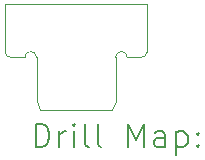
<source format=gbr>
%TF.GenerationSoftware,KiCad,Pcbnew,8.0.2*%
%TF.CreationDate,2024-05-28T21:34:03+01:00*%
%TF.ProjectId,RMC_USBCT,524d435f-5553-4424-9354-2e6b69636164,rev?*%
%TF.SameCoordinates,Original*%
%TF.FileFunction,Drillmap*%
%TF.FilePolarity,Positive*%
%FSLAX45Y45*%
G04 Gerber Fmt 4.5, Leading zero omitted, Abs format (unit mm)*
G04 Created by KiCad (PCBNEW 8.0.2) date 2024-05-28 21:34:03*
%MOMM*%
%LPD*%
G01*
G04 APERTURE LIST*
%ADD10C,0.050000*%
%ADD11C,0.200000*%
G04 APERTURE END LIST*
D10*
X11600000Y-7650000D02*
X11600000Y-8050000D01*
X12800000Y-7650000D02*
X11600000Y-7650000D01*
X12800000Y-8050000D02*
X12800000Y-7650000D01*
X11765500Y-8100000D02*
X11650000Y-8100000D01*
X11865500Y-8470000D02*
X11865500Y-8100000D01*
X11865500Y-8470000D02*
X11895500Y-8545000D01*
X12504500Y-8545000D02*
X11895500Y-8545000D01*
X12534500Y-8470000D02*
X12504500Y-8545000D01*
X12534500Y-8470000D02*
X12534500Y-8100000D01*
X12634500Y-8100000D02*
X12750000Y-8100000D01*
X11650000Y-8100000D02*
G75*
G02*
X11600000Y-8050000I0J50000D01*
G01*
X11765500Y-8100000D02*
G75*
G02*
X11865500Y-8100000I50000J0D01*
G01*
X12534500Y-8100000D02*
G75*
G02*
X12634500Y-8100000I50000J0D01*
G01*
X12800000Y-8050000D02*
G75*
G02*
X12750000Y-8100000I-50000J0D01*
G01*
D11*
X11858277Y-8858984D02*
X11858277Y-8658984D01*
X11858277Y-8658984D02*
X11905896Y-8658984D01*
X11905896Y-8658984D02*
X11934467Y-8668508D01*
X11934467Y-8668508D02*
X11953515Y-8687555D01*
X11953515Y-8687555D02*
X11963039Y-8706603D01*
X11963039Y-8706603D02*
X11972562Y-8744698D01*
X11972562Y-8744698D02*
X11972562Y-8773270D01*
X11972562Y-8773270D02*
X11963039Y-8811365D01*
X11963039Y-8811365D02*
X11953515Y-8830412D01*
X11953515Y-8830412D02*
X11934467Y-8849460D01*
X11934467Y-8849460D02*
X11905896Y-8858984D01*
X11905896Y-8858984D02*
X11858277Y-8858984D01*
X12058277Y-8858984D02*
X12058277Y-8725650D01*
X12058277Y-8763746D02*
X12067801Y-8744698D01*
X12067801Y-8744698D02*
X12077324Y-8735174D01*
X12077324Y-8735174D02*
X12096372Y-8725650D01*
X12096372Y-8725650D02*
X12115420Y-8725650D01*
X12182086Y-8858984D02*
X12182086Y-8725650D01*
X12182086Y-8658984D02*
X12172562Y-8668508D01*
X12172562Y-8668508D02*
X12182086Y-8678031D01*
X12182086Y-8678031D02*
X12191610Y-8668508D01*
X12191610Y-8668508D02*
X12182086Y-8658984D01*
X12182086Y-8658984D02*
X12182086Y-8678031D01*
X12305896Y-8858984D02*
X12286848Y-8849460D01*
X12286848Y-8849460D02*
X12277324Y-8830412D01*
X12277324Y-8830412D02*
X12277324Y-8658984D01*
X12410658Y-8858984D02*
X12391610Y-8849460D01*
X12391610Y-8849460D02*
X12382086Y-8830412D01*
X12382086Y-8830412D02*
X12382086Y-8658984D01*
X12639229Y-8858984D02*
X12639229Y-8658984D01*
X12639229Y-8658984D02*
X12705896Y-8801841D01*
X12705896Y-8801841D02*
X12772562Y-8658984D01*
X12772562Y-8658984D02*
X12772562Y-8858984D01*
X12953515Y-8858984D02*
X12953515Y-8754222D01*
X12953515Y-8754222D02*
X12943991Y-8735174D01*
X12943991Y-8735174D02*
X12924943Y-8725650D01*
X12924943Y-8725650D02*
X12886848Y-8725650D01*
X12886848Y-8725650D02*
X12867801Y-8735174D01*
X12953515Y-8849460D02*
X12934467Y-8858984D01*
X12934467Y-8858984D02*
X12886848Y-8858984D01*
X12886848Y-8858984D02*
X12867801Y-8849460D01*
X12867801Y-8849460D02*
X12858277Y-8830412D01*
X12858277Y-8830412D02*
X12858277Y-8811365D01*
X12858277Y-8811365D02*
X12867801Y-8792317D01*
X12867801Y-8792317D02*
X12886848Y-8782793D01*
X12886848Y-8782793D02*
X12934467Y-8782793D01*
X12934467Y-8782793D02*
X12953515Y-8773270D01*
X13048753Y-8725650D02*
X13048753Y-8925650D01*
X13048753Y-8735174D02*
X13067801Y-8725650D01*
X13067801Y-8725650D02*
X13105896Y-8725650D01*
X13105896Y-8725650D02*
X13124943Y-8735174D01*
X13124943Y-8735174D02*
X13134467Y-8744698D01*
X13134467Y-8744698D02*
X13143991Y-8763746D01*
X13143991Y-8763746D02*
X13143991Y-8820889D01*
X13143991Y-8820889D02*
X13134467Y-8839936D01*
X13134467Y-8839936D02*
X13124943Y-8849460D01*
X13124943Y-8849460D02*
X13105896Y-8858984D01*
X13105896Y-8858984D02*
X13067801Y-8858984D01*
X13067801Y-8858984D02*
X13048753Y-8849460D01*
X13229705Y-8839936D02*
X13239229Y-8849460D01*
X13239229Y-8849460D02*
X13229705Y-8858984D01*
X13229705Y-8858984D02*
X13220182Y-8849460D01*
X13220182Y-8849460D02*
X13229705Y-8839936D01*
X13229705Y-8839936D02*
X13229705Y-8858984D01*
X13229705Y-8735174D02*
X13239229Y-8744698D01*
X13239229Y-8744698D02*
X13229705Y-8754222D01*
X13229705Y-8754222D02*
X13220182Y-8744698D01*
X13220182Y-8744698D02*
X13229705Y-8735174D01*
X13229705Y-8735174D02*
X13229705Y-8754222D01*
M02*

</source>
